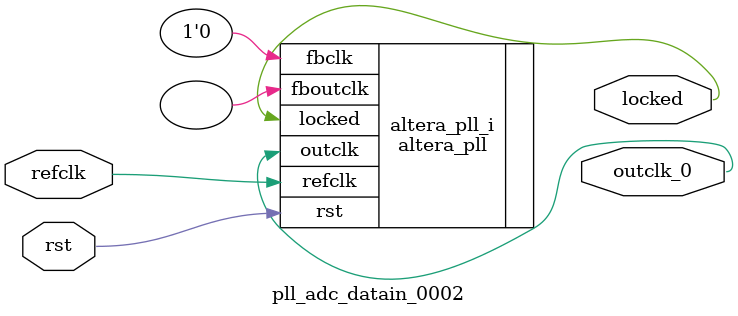
<source format=v>
`timescale 1ns/10ps
module  pll_adc_datain_0002(

	// interface 'refclk'
	input wire refclk,

	// interface 'reset'
	input wire rst,

	// interface 'outclk0'
	output wire outclk_0,

	// interface 'locked'
	output wire locked
);

	altera_pll #(
		.fractional_vco_multiplier("false"),
		.reference_clock_frequency("240.0 MHz"),
		.operation_mode("source synchronous"),
		.number_of_clocks(1),
		.output_clock_frequency0("240.000000 MHz"),
		.phase_shift0("0 ps"),
		.duty_cycle0(50),
		.output_clock_frequency1("0 MHz"),
		.phase_shift1("0 ps"),
		.duty_cycle1(50),
		.output_clock_frequency2("0 MHz"),
		.phase_shift2("0 ps"),
		.duty_cycle2(50),
		.output_clock_frequency3("0 MHz"),
		.phase_shift3("0 ps"),
		.duty_cycle3(50),
		.output_clock_frequency4("0 MHz"),
		.phase_shift4("0 ps"),
		.duty_cycle4(50),
		.output_clock_frequency5("0 MHz"),
		.phase_shift5("0 ps"),
		.duty_cycle5(50),
		.output_clock_frequency6("0 MHz"),
		.phase_shift6("0 ps"),
		.duty_cycle6(50),
		.output_clock_frequency7("0 MHz"),
		.phase_shift7("0 ps"),
		.duty_cycle7(50),
		.output_clock_frequency8("0 MHz"),
		.phase_shift8("0 ps"),
		.duty_cycle8(50),
		.output_clock_frequency9("0 MHz"),
		.phase_shift9("0 ps"),
		.duty_cycle9(50),
		.output_clock_frequency10("0 MHz"),
		.phase_shift10("0 ps"),
		.duty_cycle10(50),
		.output_clock_frequency11("0 MHz"),
		.phase_shift11("0 ps"),
		.duty_cycle11(50),
		.output_clock_frequency12("0 MHz"),
		.phase_shift12("0 ps"),
		.duty_cycle12(50),
		.output_clock_frequency13("0 MHz"),
		.phase_shift13("0 ps"),
		.duty_cycle13(50),
		.output_clock_frequency14("0 MHz"),
		.phase_shift14("0 ps"),
		.duty_cycle14(50),
		.output_clock_frequency15("0 MHz"),
		.phase_shift15("0 ps"),
		.duty_cycle15(50),
		.output_clock_frequency16("0 MHz"),
		.phase_shift16("0 ps"),
		.duty_cycle16(50),
		.output_clock_frequency17("0 MHz"),
		.phase_shift17("0 ps"),
		.duty_cycle17(50),
		.pll_type("General"),
		.pll_subtype("General")
	) altera_pll_i (
		.rst	(rst),
		.outclk	({outclk_0}),
		.locked	(locked),
		.fboutclk	( ),
		.fbclk	(1'b0),
		.refclk	(refclk)
	);
endmodule


</source>
